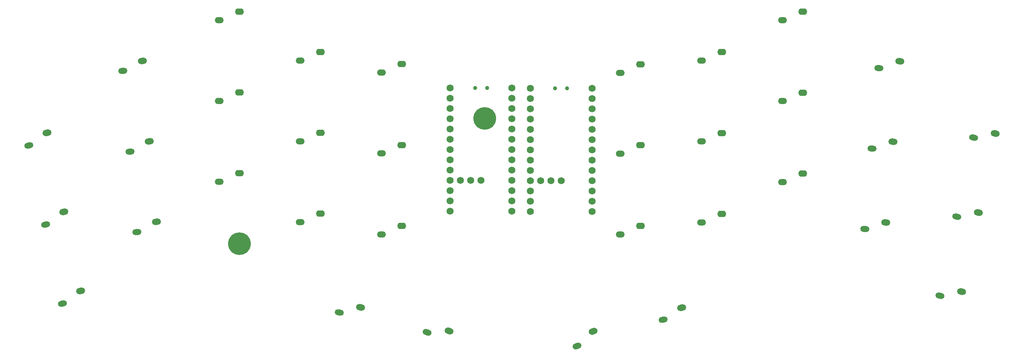
<source format=gbr>
%TF.GenerationSoftware,KiCad,Pcbnew,9.0.0*%
%TF.CreationDate,2025-06-07T14:39:27-06:00*%
%TF.ProjectId,Mau Keys,4d617520-4b65-4797-932e-6b696361645f,rev?*%
%TF.SameCoordinates,Original*%
%TF.FileFunction,Soldermask,Bot*%
%TF.FilePolarity,Negative*%
%FSLAX46Y46*%
G04 Gerber Fmt 4.6, Leading zero omitted, Abs format (unit mm)*
G04 Created by KiCad (PCBNEW 9.0.0) date 2025-06-07 14:39:27*
%MOMM*%
%LPD*%
G01*
G04 APERTURE LIST*
G04 Aperture macros list*
%AMHorizOval*
0 Thick line with rounded ends*
0 $1 width*
0 $2 $3 position (X,Y) of the first rounded end (center of the circle)*
0 $4 $5 position (X,Y) of the second rounded end (center of the circle)*
0 Add line between two ends*
20,1,$1,$2,$3,$4,$5,0*
0 Add two circle primitives to create the rounded ends*
1,1,$1,$2,$3*
1,1,$1,$4,$5*%
G04 Aperture macros list end*
%ADD10HorizOval,1.600000X0.298858X-0.026147X-0.298858X0.026147X0*%
%ADD11HorizOval,1.500000X0.348668X-0.030505X-0.348668X0.030505X0*%
%ADD12O,2.200000X1.600000*%
%ADD13O,2.200000X1.500000*%
%ADD14HorizOval,1.600000X0.295442X0.052094X-0.295442X-0.052094X0*%
%ADD15HorizOval,1.500000X0.344683X0.060777X-0.344683X-0.060777X0*%
%ADD16C,1.000000*%
%ADD17C,5.600000*%
%ADD18HorizOval,1.600000X0.298858X0.026147X-0.298858X-0.026147X0*%
%ADD19HorizOval,1.500000X0.348668X0.030505X-0.348668X-0.030505X0*%
%ADD20HorizOval,1.600000X0.293444X0.062374X-0.293444X-0.062374X0*%
%ADD21HorizOval,1.500000X0.342352X0.072769X-0.342352X-0.072769X0*%
%ADD22C,1.752600*%
%ADD23HorizOval,1.600000X0.283054X0.099401X-0.283054X-0.099401X0*%
%ADD24HorizOval,1.500000X0.330229X0.115968X-0.330229X-0.115968X0*%
%ADD25HorizOval,1.600000X0.283054X-0.099401X-0.283054X0.099401X0*%
%ADD26HorizOval,1.500000X0.330229X-0.115968X-0.330229X0.115968X0*%
%ADD27HorizOval,1.600000X0.293444X-0.062374X-0.293444X0.062374X0*%
%ADD28HorizOval,1.500000X0.342352X-0.072769X-0.342352X0.072769X0*%
%ADD29HorizOval,1.600000X0.295442X-0.052094X-0.295442X0.052094X0*%
%ADD30HorizOval,1.500000X0.344683X-0.060777X-0.344683X0.060777X0*%
G04 APERTURE END LIST*
D10*
%TO.C,SwitchR_14*%
X239514219Y-73210102D03*
D11*
X234350218Y-74866332D03*
%TD*%
D12*
%TO.C,Switch4*%
X100000000Y-31062349D03*
D13*
X95000000Y-33162349D03*
%TD*%
D12*
%TO.C,SwitchR_11*%
X179000000Y-74100000D03*
D13*
X174000000Y-76200000D03*
%TD*%
D14*
%TO.C,SwitchR_17*%
X189123396Y-94298719D03*
D15*
X184564018Y-97235056D03*
%TD*%
D12*
%TO.C,SwitchR_8*%
X219000000Y-41100000D03*
D13*
X214000000Y-43200000D03*
%TD*%
D16*
%TO.C,SW_POWER2*%
X157885000Y-40005000D03*
X160885000Y-40005000D03*
%TD*%
D12*
%TO.C,SwitchR_3*%
X219000000Y-21100000D03*
D13*
X214000000Y-23200000D03*
%TD*%
D17*
%TO.C,REF\u002A\u002A*%
X140500000Y-47500000D03*
%TD*%
D18*
%TO.C,Switch2*%
X55999551Y-33237012D03*
D19*
X51201605Y-35764800D03*
%TD*%
D20*
%TO.C,Switch6*%
X36615087Y-70628326D03*
D21*
X32160964Y-73721996D03*
%TD*%
D22*
%TO.C,NNV2*%
X132000000Y-39962349D03*
X132000000Y-42502349D03*
X132000000Y-45042349D03*
X132000000Y-47582349D03*
X132000000Y-50122349D03*
X132000000Y-52662349D03*
X132000000Y-55202349D03*
X132000000Y-57742349D03*
X132000000Y-60282349D03*
X132000000Y-62822349D03*
X132000000Y-65362349D03*
X132000000Y-67902349D03*
X132000000Y-70442349D03*
X147240000Y-39962349D03*
X147240000Y-42502349D03*
X147240000Y-45042349D03*
X147240000Y-47582349D03*
X147240000Y-50122349D03*
X147240000Y-52662349D03*
X147240000Y-55202349D03*
X147240000Y-57742349D03*
X147240000Y-60282349D03*
X147240000Y-62822349D03*
X147240000Y-65362349D03*
X147240000Y-67902349D03*
X147240000Y-70442349D03*
X134540000Y-62822349D03*
X137080000Y-62822349D03*
X139620000Y-62822349D03*
%TD*%
D16*
%TO.C,SW_POWER1*%
X138120000Y-39962349D03*
X141120000Y-39962349D03*
%TD*%
D10*
%TO.C,SwitchR_4*%
X243000449Y-33362314D03*
D11*
X237836448Y-35018544D03*
%TD*%
D18*
%TO.C,Switch12*%
X59485781Y-73084800D03*
D19*
X54687835Y-75612588D03*
%TD*%
D12*
%TO.C,Switch13*%
X80000000Y-61062349D03*
D13*
X75000000Y-63162349D03*
%TD*%
D23*
%TO.C,SwitchR_16*%
X167288802Y-100143634D03*
D24*
X163267051Y-103781699D03*
%TD*%
D12*
%TO.C,Switch8*%
X80000000Y-41062349D03*
D13*
X75000000Y-43162349D03*
%TD*%
D12*
%TO.C,Switch15*%
X120000000Y-74062349D03*
D13*
X115000000Y-76162349D03*
%TD*%
D12*
%TO.C,Switch5*%
X120000000Y-34062349D03*
D13*
X115000000Y-36162349D03*
%TD*%
D12*
%TO.C,SwitchR_2*%
X199000000Y-31100000D03*
D13*
X194000000Y-33200000D03*
%TD*%
D12*
%TO.C,SwitchR_6*%
X179000000Y-54100000D03*
D13*
X174000000Y-56200000D03*
%TD*%
D17*
%TO.C,REF\u002A\u002A*%
X80000000Y-78500000D03*
%TD*%
D25*
%TO.C,Switch17*%
X131711198Y-100105983D03*
D26*
X126297827Y-100430669D03*
%TD*%
D18*
%TO.C,Switch7*%
X57742666Y-53160906D03*
D19*
X52944720Y-55688694D03*
%TD*%
D12*
%TO.C,Switch14*%
X100000000Y-71062349D03*
D13*
X95000000Y-73162349D03*
%TD*%
D27*
%TO.C,SwitchR_5*%
X266543147Y-51190676D03*
D28*
X261215794Y-52205228D03*
%TD*%
D12*
%TO.C,Switch10*%
X120000000Y-54062349D03*
D13*
X115000000Y-56162349D03*
%TD*%
D12*
%TO.C,SwitchR_13*%
X219000000Y-61100000D03*
D13*
X214000000Y-63200000D03*
%TD*%
D22*
%TO.C,NNV2_R1*%
X151760000Y-40000000D03*
X151760000Y-42540000D03*
X151760000Y-45080000D03*
X151760000Y-47620000D03*
X151760000Y-50160000D03*
X151760000Y-52700000D03*
X151760000Y-55240000D03*
X151760000Y-57780000D03*
X151760000Y-60320000D03*
X151760000Y-62860000D03*
X151760000Y-65400000D03*
X151760000Y-67940000D03*
X151760000Y-70480000D03*
X167000000Y-40000000D03*
X167000000Y-42540000D03*
X167000000Y-45080000D03*
X167000000Y-47620000D03*
X167000000Y-50160000D03*
X167000000Y-52700000D03*
X167000000Y-55240000D03*
X167000000Y-57780000D03*
X167000000Y-60320000D03*
X167000000Y-62860000D03*
X167000000Y-65400000D03*
X167000000Y-67940000D03*
X167000000Y-70480000D03*
X154300000Y-62860000D03*
X156840000Y-62860000D03*
X159380000Y-62860000D03*
%TD*%
D27*
%TO.C,SwitchR_10*%
X262384913Y-70753628D03*
D28*
X257057560Y-71768180D03*
%TD*%
D27*
%TO.C,SwitchR_15*%
X258226679Y-90316580D03*
D28*
X252899326Y-91331132D03*
%TD*%
D12*
%TO.C,SwitchR_1*%
X179000000Y-34100000D03*
D13*
X174000000Y-36200000D03*
%TD*%
D10*
%TO.C,SwitchR_9*%
X241257334Y-53286208D03*
D11*
X236093333Y-54942438D03*
%TD*%
D12*
%TO.C,Switch3*%
X80000000Y-21062349D03*
D13*
X75000000Y-23162349D03*
%TD*%
D12*
%TO.C,SwitchR_7*%
X199000000Y-51100000D03*
D13*
X194000000Y-53200000D03*
%TD*%
D12*
%TO.C,Switch9*%
X100000000Y-51062349D03*
D13*
X95000000Y-53162349D03*
%TD*%
D12*
%TO.C,SwitchR_12*%
X199000000Y-71100000D03*
D13*
X194000000Y-73200000D03*
%TD*%
D20*
%TO.C,Switch1*%
X32456853Y-51065374D03*
D21*
X28002730Y-54159044D03*
%TD*%
D29*
%TO.C,Switch16*%
X109876604Y-94261068D03*
D30*
X104587904Y-95460924D03*
%TD*%
D20*
%TO.C,Switch11*%
X40773321Y-90191278D03*
D21*
X36319198Y-93284948D03*
%TD*%
M02*

</source>
